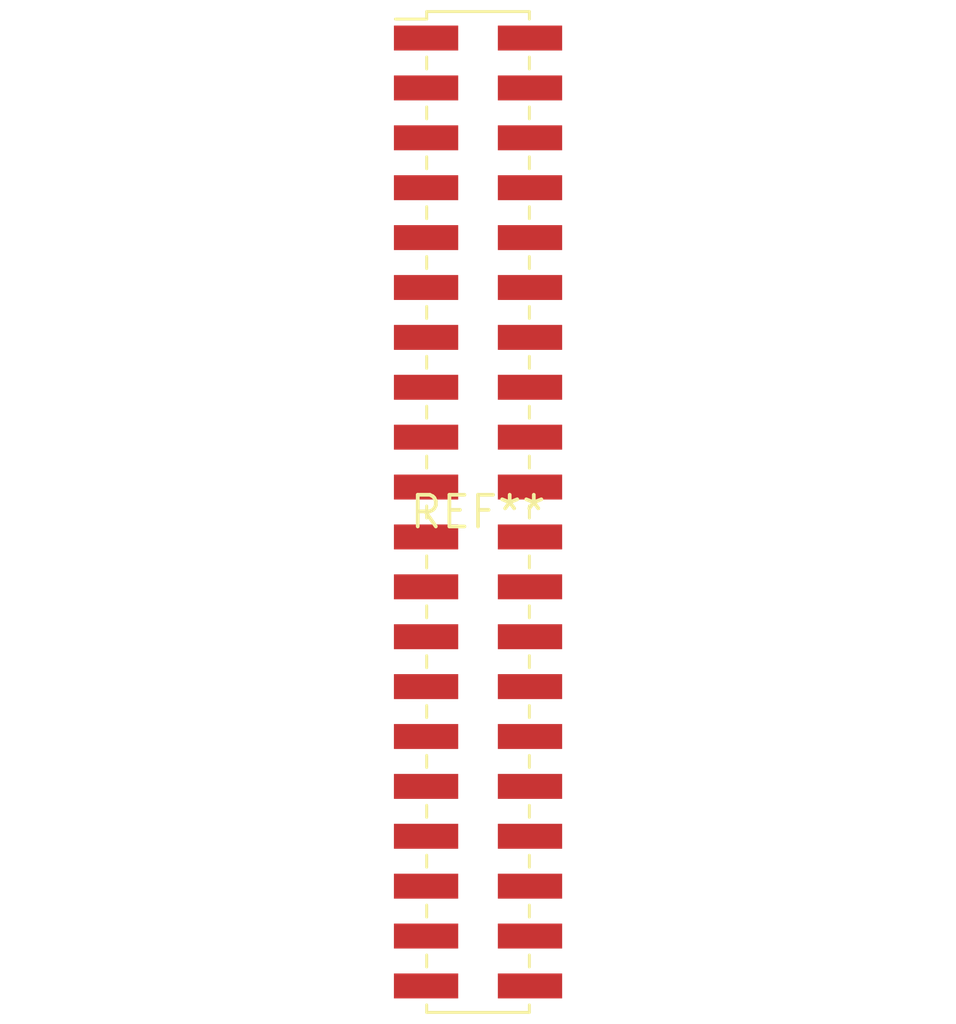
<source format=kicad_pcb>
(kicad_pcb (version 20240108) (generator pcbnew)
  (layers (0 "F.Cu" signal) (31 "B.Cu" signal) (34 "B.Paste" user) (35 "F.Paste" user) (36 "B.SilkS" user "B.Silkscreen") (37 "F.SilkS" user "F.Silkscreen") (38 "B.Mask" user) (39 "F.Mask" user) (44 "Edge.Cuts" user))
  (net 0 "")
  (footprint "PinHeader_2x20_P2.00mm_Vertical_SMD" (layer "F.Cu") (at 0 0)
    (property "Reference" "REF**")
    (property "Value" "PinHeader_2x20_P2.00mm_Vertical_SMD")
    (fp_line (start -3.315 -19.76) (end -2.06 -19.76) (layer "F.SilkS") (stroke (width 0.12)))
    (fp_line (start -2.06 -20.06) (end -2.06 -19.76) (layer "F.SilkS") (stroke (width 0.12)))
    (fp_line (start -2.06 -20.06) (end 2.06 -20.06) (layer "F.SilkS") (stroke (width 0.12)))
    (fp_line (start -2.06 -18.24) (end -2.06 -17.76) (layer "F.SilkS") (stroke (width 0.12)))
    (fp_line (start -2.06 -16.24) (end -2.06 -15.76) (layer "F.SilkS") (stroke (width 0.12)))
    (fp_line (start -2.06 -14.24) (end -2.06 -13.76) (layer "F.SilkS") (stroke (width 0.12)))
    (fp_line (start -2.06 -12.24) (end -2.06 -11.76) (layer "F.SilkS") (stroke (width 0.12)))
    (fp_line (start -2.06 -10.24) (end -2.06 -9.76) (layer "F.SilkS") (stroke (width 0.12)))
    (fp_line (start -2.06 -8.24) (end -2.06 -7.76) (layer "F.SilkS") (stroke (width 0.12)))
    (fp_line (start -2.06 -6.24) (end -2.06 -5.76) (layer "F.SilkS") (stroke (width 0.12)))
    (fp_line (start -2.06 -4.24) (end -2.06 -3.76) (layer "F.SilkS") (stroke (width 0.12)))
    (fp_line (start -2.06 -2.24) (end -2.06 -1.76) (layer "F.SilkS") (stroke (width 0.12)))
    (fp_line (start -2.06 -0.24) (end -2.06 0.24) (layer "F.SilkS") (stroke (width 0.12)))
    (fp_line (start -2.06 1.76) (end -2.06 2.24) (layer "F.SilkS") (stroke (width 0.12)))
    (fp_line (start -2.06 3.76) (end -2.06 4.24) (layer "F.SilkS") (stroke (width 0.12)))
    (fp_line (start -2.06 5.76) (end -2.06 6.24) (layer "F.SilkS") (stroke (width 0.12)))
    (fp_line (start -2.06 7.76) (end -2.06 8.24) (layer "F.SilkS") (stroke (width 0.12)))
    (fp_line (start -2.06 9.76) (end -2.06 10.24) (layer "F.SilkS") (stroke (width 0.12)))
    (fp_line (start -2.06 11.76) (end -2.06 12.24) (layer "F.SilkS") (stroke (width 0.12)))
    (fp_line (start -2.06 13.76) (end -2.06 14.24) (layer "F.SilkS") (stroke (width 0.12)))
    (fp_line (start -2.06 15.76) (end -2.06 16.24) (layer "F.SilkS") (stroke (width 0.12)))
    (fp_line (start -2.06 17.76) (end -2.06 18.24) (layer "F.SilkS") (stroke (width 0.12)))
    (fp_line (start -2.06 19.76) (end -2.06 20.06) (layer "F.SilkS") (stroke (width 0.12)))
    (fp_line (start -2.06 20.06) (end 2.06 20.06) (layer "F.SilkS") (stroke (width 0.12)))
    (fp_line (start 2.06 -20.06) (end 2.06 -19.76) (layer "F.SilkS") (stroke (width 0.12)))
    (fp_line (start 2.06 -18.24) (end 2.06 -17.76) (layer "F.SilkS") (stroke (width 0.12)))
    (fp_line (start 2.06 -16.24) (end 2.06 -15.76) (layer "F.SilkS") (stroke (width 0.12)))
    (fp_line (start 2.06 -14.24) (end 2.06 -13.76) (layer "F.SilkS") (stroke (width 0.12)))
    (fp_line (start 2.06 -12.24) (end 2.06 -11.76) (layer "F.SilkS") (stroke (width 0.12)))
    (fp_line (start 2.06 -10.24) (end 2.06 -9.76) (layer "F.SilkS") (stroke (width 0.12)))
    (fp_line (start 2.06 -8.24) (end 2.06 -7.76) (layer "F.SilkS") (stroke (width 0.12)))
    (fp_line (start 2.06 -6.24) (end 2.06 -5.76) (layer "F.SilkS") (stroke (width 0.12)))
    (fp_line (start 2.06 -4.24) (end 2.06 -3.76) (layer "F.SilkS") (stroke (width 0.12)))
    (fp_line (start 2.06 -2.24) (end 2.06 -1.76) (layer "F.SilkS") (stroke (width 0.12)))
    (fp_line (start 2.06 -0.24) (end 2.06 0.24) (layer "F.SilkS") (stroke (width 0.12)))
    (fp_line (start 2.06 1.76) (end 2.06 2.24) (layer "F.SilkS") (stroke (width 0.12)))
    (fp_line (start 2.06 3.76) (end 2.06 4.24) (layer "F.SilkS") (stroke (width 0.12)))
    (fp_line (start 2.06 5.76) (end 2.06 6.24) (layer "F.SilkS") (stroke (width 0.12)))
    (fp_line (start 2.06 7.76) (end 2.06 8.24) (layer "F.SilkS") (stroke (width 0.12)))
    (fp_line (start 2.06 9.76) (end 2.06 10.24) (layer "F.SilkS") (stroke (width 0.12)))
    (fp_line (start 2.06 11.76) (end 2.06 12.24) (layer "F.SilkS") (stroke (width 0.12)))
    (fp_line (start 2.06 13.76) (end 2.06 14.24) (layer "F.SilkS") (stroke (width 0.12)))
    (fp_line (start 2.06 15.76) (end 2.06 16.24) (layer "F.SilkS") (stroke (width 0.12)))
    (fp_line (start 2.06 17.76) (end 2.06 18.24) (layer "F.SilkS") (stroke (width 0.12)))
    (fp_line (start 2.06 19.76) (end 2.06 20.06) (layer "F.SilkS") (stroke (width 0.12)))
    (pad "1" smd rect (at -2.085 -19) (size 2.58 1) (layers "F.Cu" "F.Paste" "F.Mask"))
    (pad "2" smd rect (at 2.085 -19) (size 2.58 1) (layers "F.Cu" "F.Paste" "F.Mask"))
    (pad "3" smd rect (at -2.085 -17) (size 2.58 1) (layers "F.Cu" "F.Paste" "F.Mask"))
    (pad "4" smd rect (at 2.085 -17) (size 2.58 1) (layers "F.Cu" "F.Paste" "F.Mask"))
    (pad "5" smd rect (at -2.085 -15) (size 2.58 1) (layers "F.Cu" "F.Paste" "F.Mask"))
    (pad "6" smd rect (at 2.085 -15) (size 2.58 1) (layers "F.Cu" "F.Paste" "F.Mask"))
    (pad "7" smd rect (at -2.085 -13) (size 2.58 1) (layers "F.Cu" "F.Paste" "F.Mask"))
    (pad "8" smd rect (at 2.085 -13) (size 2.58 1) (layers "F.Cu" "F.Paste" "F.Mask"))
    (pad "9" smd rect (at -2.085 -11) (size 2.58 1) (layers "F.Cu" "F.Paste" "F.Mask"))
    (pad "10" smd rect (at 2.085 -11) (size 2.58 1) (layers "F.Cu" "F.Paste" "F.Mask"))
    (pad "11" smd rect (at -2.085 -9) (size 2.58 1) (layers "F.Cu" "F.Paste" "F.Mask"))
    (pad "12" smd rect (at 2.085 -9) (size 2.58 1) (layers "F.Cu" "F.Paste" "F.Mask"))
    (pad "13" smd rect (at -2.085 -7) (size 2.58 1) (layers "F.Cu" "F.Paste" "F.Mask"))
    (pad "14" smd rect (at 2.085 -7) (size 2.58 1) (layers "F.Cu" "F.Paste" "F.Mask"))
    (pad "15" smd rect (at -2.085 -5) (size 2.58 1) (layers "F.Cu" "F.Paste" "F.Mask"))
    (pad "16" smd rect (at 2.085 -5) (size 2.58 1) (layers "F.Cu" "F.Paste" "F.Mask"))
    (pad "17" smd rect (at -2.085 -3) (size 2.58 1) (layers "F.Cu" "F.Paste" "F.Mask"))
    (pad "18" smd rect (at 2.085 -3) (size 2.58 1) (layers "F.Cu" "F.Paste" "F.Mask"))
    (pad "19" smd rect (at -2.085 -1) (size 2.58 1) (layers "F.Cu" "F.Paste" "F.Mask"))
    (pad "20" smd rect (at 2.085 -1) (size 2.58 1) (layers "F.Cu" "F.Paste" "F.Mask"))
    (pad "21" smd rect (at -2.085 1) (size 2.58 1) (layers "F.Cu" "F.Paste" "F.Mask"))
    (pad "22" smd rect (at 2.085 1) (size 2.58 1) (layers "F.Cu" "F.Paste" "F.Mask"))
    (pad "23" smd rect (at -2.085 3) (size 2.58 1) (layers "F.Cu" "F.Paste" "F.Mask"))
    (pad "24" smd rect (at 2.085 3) (size 2.58 1) (layers "F.Cu" "F.Paste" "F.Mask"))
    (pad "25" smd rect (at -2.085 5) (size 2.58 1) (layers "F.Cu" "F.Paste" "F.Mask"))
    (pad "26" smd rect (at 2.085 5) (size 2.58 1) (layers "F.Cu" "F.Paste" "F.Mask"))
    (pad "27" smd rect (at -2.085 7) (size 2.58 1) (layers "F.Cu" "F.Paste" "F.Mask"))
    (pad "28" smd rect (at 2.085 7) (size 2.58 1) (layers "F.Cu" "F.Paste" "F.Mask"))
    (pad "29" smd rect (at -2.085 9) (size 2.58 1) (layers "F.Cu" "F.Paste" "F.Mask"))
    (pad "30" smd rect (at 2.085 9) (size 2.58 1) (layers "F.Cu" "F.Paste" "F.Mask"))
    (pad "31" smd rect (at -2.085 11) (size 2.58 1) (layers "F.Cu" "F.Paste" "F.Mask"))
    (pad "32" smd rect (at 2.085 11) (size 2.58 1) (layers "F.Cu" "F.Paste" "F.Mask"))
    (pad "33" smd rect (at -2.085 13) (size 2.58 1) (layers "F.Cu" "F.Paste" "F.Mask"))
    (pad "34" smd rect (at 2.085 13) (size 2.58 1) (layers "F.Cu" "F.Paste" "F.Mask"))
    (pad "35" smd rect (at -2.085 15) (size 2.58 1) (layers "F.Cu" "F.Paste" "F.Mask"))
    (pad "36" smd rect (at 2.085 15) (size 2.58 1) (layers "F.Cu" "F.Paste" "F.Mask"))
    (pad "37" smd rect (at -2.085 17) (size 2.58 1) (layers "F.Cu" "F.Paste" "F.Mask"))
    (pad "38" smd rect (at 2.085 17) (size 2.58 1) (layers "F.Cu" "F.Paste" "F.Mask"))
    (pad "39" smd rect (at -2.085 19) (size 2.58 1) (layers "F.Cu" "F.Paste" "F.Mask"))
    (pad "40" smd rect (at 2.085 19) (size 2.58 1) (layers "F.Cu" "F.Paste" "F.Mask"))
  )
)
</source>
